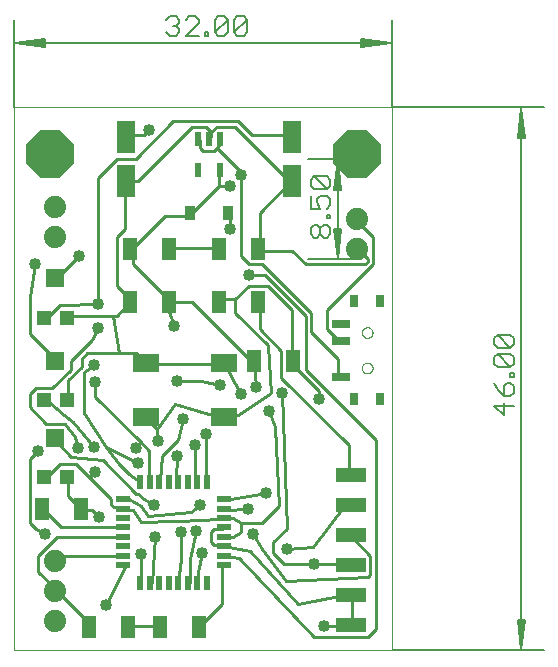
<source format=gtl>
G75*
%MOIN*%
%OFA0B0*%
%FSLAX25Y25*%
%IPPOS*%
%LPD*%
%AMOC8*
5,1,8,0,0,1.08239X$1,22.5*
%
%ADD10C,0.00000*%
%ADD11C,0.00512*%
%ADD12C,0.00600*%
%ADD13R,0.05000X0.07500*%
%ADD14C,0.07400*%
%ADD15R,0.10000X0.05000*%
%ADD16R,0.09000X0.06000*%
%ADD17R,0.05000X0.02200*%
%ADD18R,0.02200X0.05000*%
%ADD19R,0.02165X0.04724*%
%ADD20R,0.06299X0.11000*%
%ADD21R,0.03583X0.04803*%
%ADD22R,0.03150X0.03937*%
%ADD23R,0.05906X0.02756*%
%ADD24R,0.05906X0.06299*%
%ADD25R,0.04724X0.04724*%
%ADD26C,0.01000*%
%ADD27C,0.04000*%
%ADD28OC8,0.15811*%
D10*
X0012958Y0004126D02*
X0012958Y0185228D01*
X0138942Y0185228D01*
X0138942Y0004126D01*
X0012958Y0004126D01*
X0128903Y0098220D02*
X0128905Y0098304D01*
X0128911Y0098387D01*
X0128921Y0098470D01*
X0128935Y0098553D01*
X0128952Y0098635D01*
X0128974Y0098716D01*
X0128999Y0098795D01*
X0129028Y0098874D01*
X0129061Y0098951D01*
X0129097Y0099026D01*
X0129137Y0099100D01*
X0129180Y0099172D01*
X0129227Y0099241D01*
X0129277Y0099308D01*
X0129330Y0099373D01*
X0129386Y0099435D01*
X0129444Y0099495D01*
X0129506Y0099552D01*
X0129570Y0099605D01*
X0129637Y0099656D01*
X0129706Y0099703D01*
X0129777Y0099748D01*
X0129850Y0099788D01*
X0129925Y0099825D01*
X0130002Y0099859D01*
X0130080Y0099889D01*
X0130159Y0099915D01*
X0130240Y0099938D01*
X0130322Y0099956D01*
X0130404Y0099971D01*
X0130487Y0099982D01*
X0130570Y0099989D01*
X0130654Y0099992D01*
X0130738Y0099991D01*
X0130821Y0099986D01*
X0130905Y0099977D01*
X0130987Y0099964D01*
X0131069Y0099948D01*
X0131150Y0099927D01*
X0131231Y0099903D01*
X0131309Y0099875D01*
X0131387Y0099843D01*
X0131463Y0099807D01*
X0131537Y0099768D01*
X0131609Y0099726D01*
X0131679Y0099680D01*
X0131747Y0099631D01*
X0131812Y0099579D01*
X0131875Y0099524D01*
X0131935Y0099466D01*
X0131993Y0099405D01*
X0132047Y0099341D01*
X0132099Y0099275D01*
X0132147Y0099207D01*
X0132192Y0099136D01*
X0132233Y0099063D01*
X0132272Y0098989D01*
X0132306Y0098913D01*
X0132337Y0098835D01*
X0132364Y0098756D01*
X0132388Y0098675D01*
X0132407Y0098594D01*
X0132423Y0098512D01*
X0132435Y0098429D01*
X0132443Y0098345D01*
X0132447Y0098262D01*
X0132447Y0098178D01*
X0132443Y0098095D01*
X0132435Y0098011D01*
X0132423Y0097928D01*
X0132407Y0097846D01*
X0132388Y0097765D01*
X0132364Y0097684D01*
X0132337Y0097605D01*
X0132306Y0097527D01*
X0132272Y0097451D01*
X0132233Y0097377D01*
X0132192Y0097304D01*
X0132147Y0097233D01*
X0132099Y0097165D01*
X0132047Y0097099D01*
X0131993Y0097035D01*
X0131935Y0096974D01*
X0131875Y0096916D01*
X0131812Y0096861D01*
X0131747Y0096809D01*
X0131679Y0096760D01*
X0131609Y0096714D01*
X0131537Y0096672D01*
X0131463Y0096633D01*
X0131387Y0096597D01*
X0131309Y0096565D01*
X0131231Y0096537D01*
X0131150Y0096513D01*
X0131069Y0096492D01*
X0130987Y0096476D01*
X0130905Y0096463D01*
X0130821Y0096454D01*
X0130738Y0096449D01*
X0130654Y0096448D01*
X0130570Y0096451D01*
X0130487Y0096458D01*
X0130404Y0096469D01*
X0130322Y0096484D01*
X0130240Y0096502D01*
X0130159Y0096525D01*
X0130080Y0096551D01*
X0130002Y0096581D01*
X0129925Y0096615D01*
X0129850Y0096652D01*
X0129777Y0096692D01*
X0129706Y0096737D01*
X0129637Y0096784D01*
X0129570Y0096835D01*
X0129506Y0096888D01*
X0129444Y0096945D01*
X0129386Y0097005D01*
X0129330Y0097067D01*
X0129277Y0097132D01*
X0129227Y0097199D01*
X0129180Y0097268D01*
X0129137Y0097340D01*
X0129097Y0097414D01*
X0129061Y0097489D01*
X0129028Y0097566D01*
X0128999Y0097645D01*
X0128974Y0097724D01*
X0128952Y0097805D01*
X0128935Y0097887D01*
X0128921Y0097970D01*
X0128911Y0098053D01*
X0128905Y0098136D01*
X0128903Y0098220D01*
X0128903Y0110031D02*
X0128905Y0110115D01*
X0128911Y0110198D01*
X0128921Y0110281D01*
X0128935Y0110364D01*
X0128952Y0110446D01*
X0128974Y0110527D01*
X0128999Y0110606D01*
X0129028Y0110685D01*
X0129061Y0110762D01*
X0129097Y0110837D01*
X0129137Y0110911D01*
X0129180Y0110983D01*
X0129227Y0111052D01*
X0129277Y0111119D01*
X0129330Y0111184D01*
X0129386Y0111246D01*
X0129444Y0111306D01*
X0129506Y0111363D01*
X0129570Y0111416D01*
X0129637Y0111467D01*
X0129706Y0111514D01*
X0129777Y0111559D01*
X0129850Y0111599D01*
X0129925Y0111636D01*
X0130002Y0111670D01*
X0130080Y0111700D01*
X0130159Y0111726D01*
X0130240Y0111749D01*
X0130322Y0111767D01*
X0130404Y0111782D01*
X0130487Y0111793D01*
X0130570Y0111800D01*
X0130654Y0111803D01*
X0130738Y0111802D01*
X0130821Y0111797D01*
X0130905Y0111788D01*
X0130987Y0111775D01*
X0131069Y0111759D01*
X0131150Y0111738D01*
X0131231Y0111714D01*
X0131309Y0111686D01*
X0131387Y0111654D01*
X0131463Y0111618D01*
X0131537Y0111579D01*
X0131609Y0111537D01*
X0131679Y0111491D01*
X0131747Y0111442D01*
X0131812Y0111390D01*
X0131875Y0111335D01*
X0131935Y0111277D01*
X0131993Y0111216D01*
X0132047Y0111152D01*
X0132099Y0111086D01*
X0132147Y0111018D01*
X0132192Y0110947D01*
X0132233Y0110874D01*
X0132272Y0110800D01*
X0132306Y0110724D01*
X0132337Y0110646D01*
X0132364Y0110567D01*
X0132388Y0110486D01*
X0132407Y0110405D01*
X0132423Y0110323D01*
X0132435Y0110240D01*
X0132443Y0110156D01*
X0132447Y0110073D01*
X0132447Y0109989D01*
X0132443Y0109906D01*
X0132435Y0109822D01*
X0132423Y0109739D01*
X0132407Y0109657D01*
X0132388Y0109576D01*
X0132364Y0109495D01*
X0132337Y0109416D01*
X0132306Y0109338D01*
X0132272Y0109262D01*
X0132233Y0109188D01*
X0132192Y0109115D01*
X0132147Y0109044D01*
X0132099Y0108976D01*
X0132047Y0108910D01*
X0131993Y0108846D01*
X0131935Y0108785D01*
X0131875Y0108727D01*
X0131812Y0108672D01*
X0131747Y0108620D01*
X0131679Y0108571D01*
X0131609Y0108525D01*
X0131537Y0108483D01*
X0131463Y0108444D01*
X0131387Y0108408D01*
X0131309Y0108376D01*
X0131231Y0108348D01*
X0131150Y0108324D01*
X0131069Y0108303D01*
X0130987Y0108287D01*
X0130905Y0108274D01*
X0130821Y0108265D01*
X0130738Y0108260D01*
X0130654Y0108259D01*
X0130570Y0108262D01*
X0130487Y0108269D01*
X0130404Y0108280D01*
X0130322Y0108295D01*
X0130240Y0108313D01*
X0130159Y0108336D01*
X0130080Y0108362D01*
X0130002Y0108392D01*
X0129925Y0108426D01*
X0129850Y0108463D01*
X0129777Y0108503D01*
X0129706Y0108548D01*
X0129637Y0108595D01*
X0129570Y0108646D01*
X0129506Y0108699D01*
X0129444Y0108756D01*
X0129386Y0108816D01*
X0129330Y0108878D01*
X0129277Y0108943D01*
X0129227Y0109010D01*
X0129180Y0109079D01*
X0129137Y0109151D01*
X0129097Y0109225D01*
X0129061Y0109300D01*
X0129028Y0109377D01*
X0128999Y0109456D01*
X0128974Y0109535D01*
X0128952Y0109616D01*
X0128935Y0109698D01*
X0128921Y0109781D01*
X0128911Y0109864D01*
X0128905Y0109947D01*
X0128903Y0110031D01*
D11*
X0128509Y0134441D02*
X0110989Y0134441D01*
X0120832Y0134697D02*
X0119808Y0144677D01*
X0119575Y0144677D02*
X0122089Y0144677D01*
X0120832Y0134697D01*
X0121856Y0144677D01*
X0121344Y0144677D02*
X0120832Y0134697D01*
X0120320Y0144677D01*
X0119575Y0144677D02*
X0120832Y0134697D01*
X0120832Y0167650D01*
X0121856Y0157669D01*
X0122089Y0157669D02*
X0120832Y0167650D01*
X0119808Y0157669D01*
X0119575Y0157669D02*
X0122089Y0157669D01*
X0121344Y0157669D02*
X0120832Y0167650D01*
X0120320Y0157669D01*
X0119575Y0157669D02*
X0120832Y0167650D01*
X0128509Y0167906D02*
X0110989Y0167906D01*
X0138942Y0185228D02*
X0189733Y0185228D01*
X0182056Y0184972D02*
X0183079Y0174992D01*
X0183313Y0174992D02*
X0182056Y0184972D01*
X0181032Y0174992D01*
X0180799Y0174992D02*
X0183313Y0174992D01*
X0182567Y0174992D02*
X0182056Y0184972D01*
X0181544Y0174992D01*
X0180799Y0174992D02*
X0182056Y0184972D01*
X0182056Y0004382D01*
X0183079Y0014362D01*
X0183313Y0014362D02*
X0182056Y0004382D01*
X0181032Y0014362D01*
X0180799Y0014362D02*
X0183313Y0014362D01*
X0182567Y0014362D02*
X0182056Y0004382D01*
X0181544Y0014362D01*
X0180799Y0014362D02*
X0182056Y0004382D01*
X0189733Y0004126D02*
X0138942Y0004126D01*
X0138942Y0185228D02*
X0138942Y0214165D01*
X0138686Y0206488D02*
X0128706Y0205465D01*
X0128706Y0205231D02*
X0138686Y0206488D01*
X0128706Y0207512D01*
X0128706Y0207745D02*
X0128706Y0205231D01*
X0128706Y0205976D02*
X0138686Y0206488D01*
X0128706Y0207000D01*
X0128706Y0207745D02*
X0138686Y0206488D01*
X0013214Y0206488D01*
X0023194Y0205465D01*
X0023194Y0205231D02*
X0013214Y0206488D01*
X0023194Y0207512D01*
X0023194Y0207745D02*
X0023194Y0205231D01*
X0023194Y0205976D02*
X0013214Y0206488D01*
X0023194Y0207000D01*
X0023194Y0207745D02*
X0013214Y0206488D01*
X0012958Y0214165D02*
X0012958Y0185228D01*
D12*
X0063722Y0210118D02*
X0064790Y0209050D01*
X0066925Y0209050D01*
X0067993Y0210118D01*
X0067993Y0211185D01*
X0066925Y0212253D01*
X0065857Y0212253D01*
X0066925Y0212253D02*
X0067993Y0213320D01*
X0067993Y0214388D01*
X0066925Y0215455D01*
X0064790Y0215455D01*
X0063722Y0214388D01*
X0070168Y0214388D02*
X0071235Y0215455D01*
X0073370Y0215455D01*
X0074438Y0214388D01*
X0074438Y0213320D01*
X0070168Y0209050D01*
X0074438Y0209050D01*
X0076613Y0209050D02*
X0077681Y0209050D01*
X0077681Y0210118D01*
X0076613Y0210118D01*
X0076613Y0209050D01*
X0079836Y0210118D02*
X0084106Y0214388D01*
X0084106Y0210118D01*
X0083039Y0209050D01*
X0080904Y0209050D01*
X0079836Y0210118D01*
X0079836Y0214388D01*
X0080904Y0215455D01*
X0083039Y0215455D01*
X0084106Y0214388D01*
X0086281Y0214388D02*
X0087349Y0215455D01*
X0089484Y0215455D01*
X0090552Y0214388D01*
X0086281Y0210118D01*
X0087349Y0209050D01*
X0089484Y0209050D01*
X0090552Y0210118D01*
X0090552Y0214388D01*
X0086281Y0214388D02*
X0086281Y0210118D01*
X0112932Y0162106D02*
X0111865Y0161038D01*
X0111865Y0158903D01*
X0112932Y0157835D01*
X0117203Y0157835D01*
X0112932Y0162106D01*
X0117203Y0162106D01*
X0118270Y0161038D01*
X0118270Y0158903D01*
X0117203Y0157835D01*
X0117203Y0155660D02*
X0115067Y0155660D01*
X0114000Y0154593D01*
X0114000Y0153525D01*
X0115067Y0151390D01*
X0111865Y0151390D01*
X0111865Y0155660D01*
X0117203Y0155660D02*
X0118270Y0154593D01*
X0118270Y0152457D01*
X0117203Y0151390D01*
X0117203Y0149235D02*
X0118270Y0149235D01*
X0118270Y0148167D01*
X0117203Y0148167D01*
X0117203Y0149235D01*
X0117203Y0145992D02*
X0116135Y0145992D01*
X0115067Y0144924D01*
X0115067Y0142789D01*
X0114000Y0141722D01*
X0112932Y0141722D01*
X0111865Y0142789D01*
X0111865Y0144924D01*
X0112932Y0145992D01*
X0114000Y0145992D01*
X0115067Y0144924D01*
X0115067Y0142789D02*
X0116135Y0141722D01*
X0117203Y0141722D01*
X0118270Y0142789D01*
X0118270Y0144924D01*
X0117203Y0145992D01*
X0173088Y0108211D02*
X0173088Y0106076D01*
X0174156Y0105009D01*
X0178426Y0105009D01*
X0174156Y0109279D01*
X0178426Y0109279D01*
X0179494Y0108211D01*
X0179494Y0106076D01*
X0178426Y0105009D01*
X0178426Y0102833D02*
X0179494Y0101766D01*
X0179494Y0099631D01*
X0178426Y0098563D01*
X0174156Y0102833D01*
X0178426Y0102833D01*
X0178426Y0098563D02*
X0174156Y0098563D01*
X0173088Y0099631D01*
X0173088Y0101766D01*
X0174156Y0102833D01*
X0178426Y0096408D02*
X0179494Y0096408D01*
X0179494Y0095340D01*
X0178426Y0095340D01*
X0178426Y0096408D01*
X0178426Y0093165D02*
X0177359Y0093165D01*
X0176291Y0092098D01*
X0176291Y0088895D01*
X0178426Y0088895D01*
X0179494Y0089962D01*
X0179494Y0092098D01*
X0178426Y0093165D01*
X0174156Y0091030D02*
X0176291Y0088895D01*
X0176291Y0086720D02*
X0176291Y0082449D01*
X0173088Y0085652D01*
X0179494Y0085652D01*
X0174156Y0091030D02*
X0173088Y0093165D01*
X0173088Y0108211D02*
X0174156Y0109279D01*
D13*
X0106072Y0100583D03*
X0093072Y0100583D03*
X0094261Y0120268D03*
X0081261Y0120268D03*
X0081261Y0137984D03*
X0094261Y0137984D03*
X0064734Y0137984D03*
X0051734Y0137984D03*
X0051734Y0120268D03*
X0064734Y0120268D03*
X0035206Y0051370D03*
X0022206Y0051370D03*
X0037954Y0012000D03*
X0050954Y0012000D03*
X0061576Y0012000D03*
X0074576Y0012000D03*
D14*
X0026737Y0013969D03*
X0026737Y0023969D03*
X0026737Y0033969D03*
X0026737Y0141921D03*
X0026737Y0151921D03*
X0127131Y0147984D03*
X0127131Y0137984D03*
D15*
X0125163Y0062591D03*
X0125163Y0052591D03*
X0125163Y0042591D03*
X0125163Y0032591D03*
X0125163Y0022591D03*
X0125163Y0012591D03*
D16*
X0083045Y0081740D03*
X0083045Y0099740D03*
X0057045Y0099740D03*
X0057045Y0081740D03*
D17*
X0049208Y0054520D03*
X0049208Y0051370D03*
X0049208Y0048220D03*
X0049208Y0045071D03*
X0049208Y0041921D03*
X0049208Y0038772D03*
X0049208Y0035622D03*
X0049208Y0032472D03*
X0083008Y0032472D03*
X0083008Y0035622D03*
X0083008Y0038772D03*
X0083008Y0041921D03*
X0083008Y0045071D03*
X0083008Y0048220D03*
X0083008Y0051370D03*
X0083008Y0054520D03*
D18*
X0077131Y0060396D03*
X0073982Y0060396D03*
X0070832Y0060396D03*
X0067682Y0060396D03*
X0064533Y0060396D03*
X0061383Y0060396D03*
X0058234Y0060396D03*
X0055084Y0060396D03*
X0055084Y0026596D03*
X0058234Y0026596D03*
X0061383Y0026596D03*
X0064533Y0026596D03*
X0067682Y0026596D03*
X0070832Y0026596D03*
X0073982Y0026596D03*
X0077131Y0026596D03*
D19*
X0074178Y0164362D03*
X0081659Y0164362D03*
X0081659Y0174598D03*
X0077919Y0174598D03*
X0074178Y0174598D03*
D20*
X0050360Y0175386D03*
X0050360Y0160449D03*
X0105478Y0160449D03*
X0105478Y0175386D03*
D21*
X0084365Y0149795D03*
X0071472Y0149795D03*
D22*
X0126344Y0120465D03*
X0135005Y0120465D03*
X0135005Y0087787D03*
X0126344Y0087787D03*
D23*
X0121816Y0095268D03*
X0121816Y0107079D03*
X0121816Y0112984D03*
D24*
X0026737Y0100583D03*
X0026737Y0074992D03*
X0026737Y0128142D03*
D25*
X0022800Y0115051D03*
X0030675Y0115051D03*
X0030675Y0087492D03*
X0022800Y0087492D03*
X0022800Y0061902D03*
X0030675Y0061902D03*
D26*
X0030958Y0061726D01*
X0030958Y0055426D01*
X0034558Y0051826D01*
X0035206Y0051370D01*
X0035458Y0050926D01*
X0039058Y0050926D01*
X0041252Y0048732D01*
X0045358Y0052726D02*
X0046258Y0051826D01*
X0048958Y0051826D01*
X0049208Y0051370D01*
X0049858Y0050926D01*
X0052558Y0050926D01*
X0055258Y0047045D01*
X0076746Y0047439D01*
X0083008Y0048220D01*
X0083158Y0048226D01*
X0085858Y0048226D01*
X0088445Y0046426D01*
X0095758Y0046426D01*
X0101271Y0052332D01*
X0100089Y0078714D01*
X0098064Y0083889D01*
X0102283Y0089794D02*
X0103858Y0044626D01*
X0099358Y0040126D01*
X0099358Y0036526D01*
X0102958Y0032926D01*
X0113026Y0032926D01*
X0124558Y0032926D01*
X0125163Y0032591D01*
X0130858Y0028426D02*
X0131758Y0029326D01*
X0131758Y0035626D01*
X0125458Y0041926D01*
X0125163Y0042591D01*
X0125163Y0052591D02*
X0123377Y0052613D01*
X0112633Y0038720D01*
X0103955Y0037827D01*
X0095645Y0037932D02*
X0103577Y0027245D01*
X0130858Y0028426D01*
X0125163Y0022591D02*
X0125458Y0022126D01*
X0125458Y0013126D01*
X0125163Y0012591D01*
X0124558Y0012226D01*
X0116177Y0012226D01*
X0112858Y0008626D02*
X0130858Y0008626D01*
X0133558Y0011326D01*
X0133558Y0074326D01*
X0110158Y0097726D01*
X0110158Y0115726D01*
X0096658Y0129226D01*
X0091258Y0129226D01*
X0091258Y0125626D02*
X0097558Y0125626D01*
X0105658Y0117526D01*
X0105658Y0101326D01*
X0106072Y0100583D01*
X0106558Y0100426D01*
X0106558Y0098626D01*
X0114658Y0090526D01*
X0114658Y0087826D01*
X0120958Y0095926D02*
X0121816Y0095268D01*
X0120958Y0095926D02*
X0120958Y0101326D01*
X0111958Y0110326D01*
X0111958Y0116626D01*
X0095758Y0132826D01*
X0091258Y0132826D01*
X0088558Y0135526D01*
X0088558Y0162526D01*
X0088558Y0163426D01*
X0080458Y0171526D01*
X0079558Y0170626D01*
X0075958Y0170626D01*
X0075058Y0171526D01*
X0075058Y0174226D01*
X0074178Y0174598D01*
X0077919Y0174598D02*
X0078658Y0176926D01*
X0076858Y0178726D01*
X0072358Y0178726D01*
X0054358Y0160726D01*
X0050758Y0160726D01*
X0050360Y0160449D01*
X0049858Y0159826D01*
X0049858Y0144526D01*
X0047158Y0141826D01*
X0047158Y0125626D01*
X0051658Y0121126D01*
X0051734Y0120268D01*
X0051658Y0120226D01*
X0047158Y0115726D01*
X0046033Y0115726D01*
X0048001Y0103126D01*
X0037258Y0103126D01*
X0035458Y0101326D01*
X0035458Y0098626D01*
X0030958Y0094126D01*
X0030958Y0087826D01*
X0030675Y0087492D01*
X0029664Y0082707D02*
X0032533Y0080345D01*
X0039564Y0071739D01*
X0043615Y0071738D02*
X0054358Y0066620D01*
X0051208Y0062794D02*
X0055084Y0060396D01*
X0057958Y0060826D02*
X0058234Y0060396D01*
X0057958Y0060826D02*
X0057958Y0070726D01*
X0055258Y0073426D01*
X0053458Y0071626D01*
X0055258Y0073426D02*
X0039958Y0088726D01*
X0039958Y0093732D01*
X0036358Y0096826D02*
X0039452Y0099132D01*
X0036358Y0096826D02*
X0036358Y0083326D01*
X0043615Y0071738D01*
X0048059Y0066113D01*
X0051208Y0062794D01*
X0053458Y0056326D02*
X0042545Y0067632D01*
X0031971Y0068420D01*
X0026458Y0074326D01*
X0026737Y0074992D01*
X0023758Y0079726D02*
X0030058Y0079726D01*
X0033377Y0075226D01*
X0034164Y0071626D01*
X0033658Y0066226D02*
X0038158Y0061726D01*
X0039958Y0063526D01*
X0038158Y0061726D02*
X0045358Y0054526D01*
X0045358Y0052726D01*
X0049208Y0054520D02*
X0051433Y0054526D01*
X0055426Y0052164D01*
X0057452Y0048957D01*
X0071908Y0050139D01*
X0074889Y0052726D01*
X0073982Y0060396D02*
X0073258Y0060826D01*
X0073258Y0072526D01*
X0076858Y0076126D02*
X0076858Y0060826D01*
X0077131Y0060396D01*
X0083008Y0054520D02*
X0083158Y0054132D01*
X0096883Y0056494D01*
X0090864Y0051320D02*
X0083158Y0050926D01*
X0083008Y0051370D01*
X0083008Y0045071D02*
X0082258Y0044626D01*
X0079558Y0044626D01*
X0078658Y0043726D01*
X0078658Y0040126D01*
X0079558Y0039226D01*
X0082258Y0039226D01*
X0083008Y0038772D01*
X0084733Y0038720D01*
X0091763Y0037145D01*
X0107457Y0019483D01*
X0124558Y0023026D01*
X0125163Y0022591D01*
X0112858Y0008626D02*
X0087826Y0034839D01*
X0083158Y0035626D01*
X0083008Y0035622D01*
X0083008Y0032472D02*
X0082258Y0032026D01*
X0082258Y0019426D01*
X0075058Y0012226D01*
X0074576Y0012000D01*
X0061576Y0012000D02*
X0061558Y0012226D01*
X0051658Y0012226D01*
X0050954Y0012000D01*
X0043559Y0019371D02*
X0049858Y0032026D01*
X0049208Y0032472D01*
X0049208Y0035622D02*
X0048958Y0035626D01*
X0028258Y0035626D01*
X0027358Y0034726D01*
X0026737Y0033969D01*
X0021058Y0035626D02*
X0021058Y0030226D01*
X0026458Y0024826D01*
X0026737Y0023969D01*
X0027358Y0023926D01*
X0037258Y0014026D01*
X0037258Y0012226D01*
X0037954Y0012000D01*
X0055084Y0026596D02*
X0055258Y0026626D01*
X0055258Y0036245D01*
X0060039Y0041870D02*
X0058858Y0026626D01*
X0058234Y0026596D01*
X0067682Y0026596D02*
X0068533Y0034500D01*
X0068533Y0043445D01*
X0073483Y0043838D02*
X0071458Y0034726D01*
X0071458Y0026626D01*
X0070832Y0026596D01*
X0073982Y0026596D02*
X0074158Y0026626D01*
X0074158Y0030226D01*
X0075677Y0036469D01*
X0083008Y0041921D02*
X0083158Y0041926D01*
X0085858Y0041926D01*
X0088445Y0043726D01*
X0088445Y0046426D01*
X0092439Y0043050D02*
X0095645Y0037932D01*
X0067682Y0060396D02*
X0066958Y0060826D01*
X0067352Y0068926D01*
X0062345Y0068926D02*
X0067745Y0074326D01*
X0069320Y0081076D01*
X0066620Y0086250D02*
X0060658Y0077926D01*
X0057058Y0081526D01*
X0057045Y0081740D01*
X0060658Y0077926D02*
X0061052Y0073820D01*
X0062345Y0068926D02*
X0061558Y0060826D01*
X0061383Y0060396D01*
X0056158Y0054526D02*
X0054358Y0056326D01*
X0053458Y0056326D01*
X0056158Y0054526D02*
X0059645Y0052557D01*
X0049352Y0045132D02*
X0049208Y0045071D01*
X0049352Y0045132D02*
X0028652Y0045132D01*
X0022858Y0050926D01*
X0022206Y0051370D01*
X0018358Y0046426D02*
X0018358Y0068026D01*
X0021058Y0070726D01*
X0028258Y0066226D02*
X0033658Y0066226D01*
X0028258Y0066226D02*
X0024658Y0062626D01*
X0022858Y0062626D01*
X0022800Y0061902D01*
X0018358Y0046426D02*
X0020158Y0044626D01*
X0023364Y0043051D01*
X0027358Y0041926D02*
X0021058Y0035626D01*
X0027358Y0041926D02*
X0048958Y0041926D01*
X0049208Y0041921D01*
X0023758Y0079726D02*
X0018358Y0085126D01*
X0018358Y0089626D01*
X0020158Y0091426D01*
X0025558Y0091426D01*
X0031858Y0097726D01*
X0031858Y0100426D01*
X0038889Y0107457D01*
X0040858Y0111732D01*
X0046033Y0115726D02*
X0030958Y0115726D01*
X0030675Y0115051D01*
X0028258Y0119326D02*
X0040858Y0119720D01*
X0040858Y0161626D01*
X0047158Y0167926D01*
X0053458Y0167926D01*
X0066058Y0180526D01*
X0087658Y0180526D01*
X0092158Y0176026D01*
X0104758Y0176026D01*
X0105478Y0175386D01*
X0104758Y0160726D02*
X0105478Y0160449D01*
X0104758Y0159826D01*
X0094858Y0149926D01*
X0094858Y0138226D01*
X0094261Y0137984D01*
X0094858Y0137326D01*
X0105658Y0137326D01*
X0110158Y0132826D01*
X0129958Y0132826D01*
X0130858Y0133726D01*
X0130858Y0134626D01*
X0127258Y0138226D01*
X0127131Y0137984D01*
X0132658Y0141826D02*
X0132658Y0132826D01*
X0117358Y0117526D01*
X0117358Y0111226D01*
X0120958Y0107626D01*
X0121816Y0107079D01*
X0102058Y0104026D02*
X0102058Y0095026D01*
X0124558Y0072526D01*
X0124558Y0062626D01*
X0125163Y0062591D01*
X0098739Y0089964D02*
X0097558Y0105826D01*
X0086758Y0116626D01*
X0086758Y0121126D01*
X0091258Y0125626D01*
X0086758Y0121126D02*
X0081358Y0121126D01*
X0081261Y0120268D01*
X0072358Y0120226D02*
X0065158Y0120226D01*
X0064734Y0120268D01*
X0062458Y0122926D01*
X0066338Y0112239D01*
X0064734Y0120268D02*
X0064258Y0121126D01*
X0062458Y0122926D01*
X0052558Y0132826D01*
X0052558Y0137326D01*
X0051734Y0137984D01*
X0052558Y0138226D01*
X0063358Y0149026D01*
X0071458Y0149026D01*
X0071472Y0149795D01*
X0072358Y0149926D01*
X0081358Y0158926D01*
X0084958Y0158926D01*
X0081358Y0158926D02*
X0081358Y0164326D01*
X0081659Y0164362D01*
X0080458Y0171526D02*
X0081358Y0172426D01*
X0081358Y0174226D01*
X0081659Y0174598D01*
X0078658Y0175126D02*
X0078658Y0176926D01*
X0080458Y0178726D01*
X0086758Y0178726D01*
X0104758Y0160726D01*
X0084958Y0149026D02*
X0084958Y0144526D01*
X0081261Y0137984D02*
X0080458Y0138226D01*
X0065158Y0138226D01*
X0064734Y0137984D01*
X0072358Y0120226D02*
X0091258Y0101326D01*
X0093058Y0101326D01*
X0093072Y0100583D01*
X0093058Y0100426D01*
X0093452Y0092045D01*
X0088445Y0089683D02*
X0086083Y0094239D01*
X0083158Y0099526D01*
X0083045Y0099740D01*
X0082258Y0099526D01*
X0057058Y0099526D01*
X0057045Y0099740D01*
X0056158Y0100426D01*
X0053458Y0103126D01*
X0048001Y0103126D01*
X0066620Y0086250D02*
X0082258Y0081526D01*
X0083045Y0081740D01*
X0083158Y0082426D01*
X0087658Y0082426D01*
X0098739Y0089964D01*
X0102058Y0104026D02*
X0094858Y0111226D01*
X0094858Y0120226D01*
X0094261Y0120268D01*
X0081639Y0092550D02*
X0075283Y0093788D01*
X0067296Y0093788D01*
X0027358Y0128326D02*
X0034558Y0135526D01*
X0027358Y0128326D02*
X0026737Y0128142D01*
X0019877Y0132824D02*
X0018358Y0121857D01*
X0018358Y0109426D01*
X0026458Y0101326D01*
X0026737Y0100583D01*
X0022800Y0087492D02*
X0022858Y0086926D01*
X0024658Y0086926D01*
X0029664Y0082707D01*
X0022800Y0115051D02*
X0022858Y0115726D01*
X0024658Y0115726D01*
X0028258Y0119326D01*
X0050360Y0175386D02*
X0050758Y0176026D01*
X0056158Y0176026D01*
X0057845Y0177713D01*
X0077919Y0174598D02*
X0078658Y0175126D01*
X0084365Y0149795D02*
X0084958Y0149026D01*
X0127131Y0147984D02*
X0127258Y0147226D01*
X0132658Y0141826D01*
D27*
X0091258Y0129226D03*
X0084958Y0144526D03*
X0084958Y0158926D03*
X0088558Y0162526D03*
X0057845Y0177713D03*
X0034558Y0135526D03*
X0040858Y0119720D03*
X0040858Y0111732D03*
X0039452Y0099132D03*
X0039958Y0093732D03*
X0039564Y0071739D03*
X0034164Y0071626D03*
X0039958Y0063526D03*
X0041252Y0048732D03*
X0055258Y0036245D03*
X0060039Y0041870D03*
X0068533Y0043445D03*
X0073483Y0043838D03*
X0075677Y0036469D03*
X0074889Y0052726D03*
X0067352Y0068926D03*
X0073258Y0072526D03*
X0076858Y0076126D03*
X0069320Y0081076D03*
X0061052Y0073820D03*
X0054358Y0066620D03*
X0053458Y0071626D03*
X0059645Y0052557D03*
X0043559Y0019371D03*
X0023364Y0043051D03*
X0021058Y0070726D03*
X0066338Y0112239D03*
X0067296Y0093788D03*
X0081639Y0092550D03*
X0088445Y0089683D03*
X0093452Y0092045D03*
X0098064Y0083889D03*
X0102283Y0089794D03*
X0114658Y0087826D03*
X0096883Y0056494D03*
X0090864Y0051320D03*
X0092439Y0043050D03*
X0103955Y0037827D03*
X0113026Y0032926D03*
X0116177Y0012226D03*
X0019877Y0132824D03*
D28*
X0024769Y0169480D03*
X0127131Y0169480D03*
M02*

</source>
